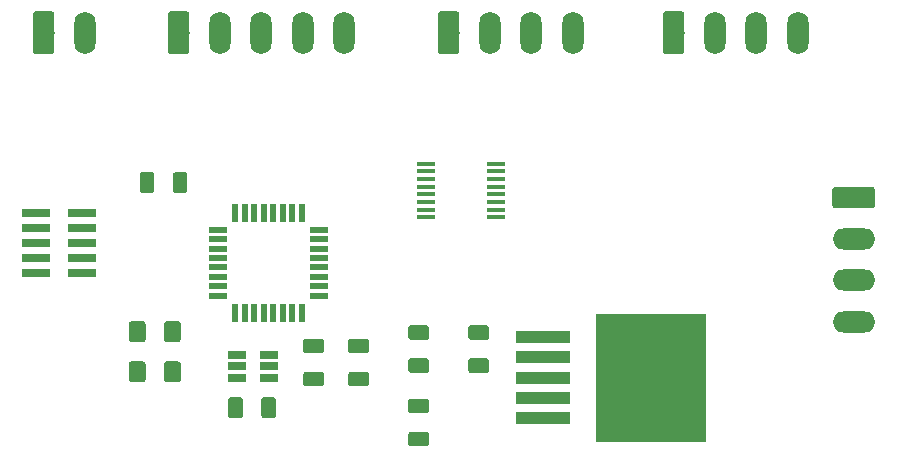
<source format=gbr>
G04 #@! TF.GenerationSoftware,KiCad,Pcbnew,5.1.4-e60b266~84~ubuntu18.04.1*
G04 #@! TF.CreationDate,2019-10-02T13:36:21-06:00*
G04 #@! TF.ProjectId,Star Tracker,53746172-2054-4726-9163-6b65722e6b69,rev?*
G04 #@! TF.SameCoordinates,Original*
G04 #@! TF.FileFunction,Soldermask,Top*
G04 #@! TF.FilePolarity,Negative*
%FSLAX46Y46*%
G04 Gerber Fmt 4.6, Leading zero omitted, Abs format (unit mm)*
G04 Created by KiCad (PCBNEW 5.1.4-e60b266~84~ubuntu18.04.1) date 2019-10-02 13:36:21*
%MOMM*%
%LPD*%
G04 APERTURE LIST*
%ADD10C,0.100000*%
%ADD11C,1.250000*%
%ADD12C,1.800000*%
%ADD13O,1.800000X3.600000*%
%ADD14R,2.400000X0.740000*%
%ADD15O,3.600000X1.800000*%
%ADD16R,1.500000X0.450000*%
%ADD17R,0.550000X1.600000*%
%ADD18R,1.600000X0.550000*%
%ADD19R,1.560000X0.650000*%
%ADD20C,1.425000*%
%ADD21R,4.600000X1.100000*%
%ADD22R,9.400000X10.800000*%
G04 APERTURE END LIST*
D10*
G36*
X135269504Y-83066204D02*
G01*
X135293773Y-83069804D01*
X135317571Y-83075765D01*
X135340671Y-83084030D01*
X135362849Y-83094520D01*
X135383893Y-83107133D01*
X135403598Y-83121747D01*
X135421777Y-83138223D01*
X135438253Y-83156402D01*
X135452867Y-83176107D01*
X135465480Y-83197151D01*
X135475970Y-83219329D01*
X135484235Y-83242429D01*
X135490196Y-83266227D01*
X135493796Y-83290496D01*
X135495000Y-83315000D01*
X135495000Y-84065000D01*
X135493796Y-84089504D01*
X135490196Y-84113773D01*
X135484235Y-84137571D01*
X135475970Y-84160671D01*
X135465480Y-84182849D01*
X135452867Y-84203893D01*
X135438253Y-84223598D01*
X135421777Y-84241777D01*
X135403598Y-84258253D01*
X135383893Y-84272867D01*
X135362849Y-84285480D01*
X135340671Y-84295970D01*
X135317571Y-84304235D01*
X135293773Y-84310196D01*
X135269504Y-84313796D01*
X135245000Y-84315000D01*
X133995000Y-84315000D01*
X133970496Y-84313796D01*
X133946227Y-84310196D01*
X133922429Y-84304235D01*
X133899329Y-84295970D01*
X133877151Y-84285480D01*
X133856107Y-84272867D01*
X133836402Y-84258253D01*
X133818223Y-84241777D01*
X133801747Y-84223598D01*
X133787133Y-84203893D01*
X133774520Y-84182849D01*
X133764030Y-84160671D01*
X133755765Y-84137571D01*
X133749804Y-84113773D01*
X133746204Y-84089504D01*
X133745000Y-84065000D01*
X133745000Y-83315000D01*
X133746204Y-83290496D01*
X133749804Y-83266227D01*
X133755765Y-83242429D01*
X133764030Y-83219329D01*
X133774520Y-83197151D01*
X133787133Y-83176107D01*
X133801747Y-83156402D01*
X133818223Y-83138223D01*
X133836402Y-83121747D01*
X133856107Y-83107133D01*
X133877151Y-83094520D01*
X133899329Y-83084030D01*
X133922429Y-83075765D01*
X133946227Y-83069804D01*
X133970496Y-83066204D01*
X133995000Y-83065000D01*
X135245000Y-83065000D01*
X135269504Y-83066204D01*
X135269504Y-83066204D01*
G37*
D11*
X134620000Y-83690000D03*
D10*
G36*
X135269504Y-85866204D02*
G01*
X135293773Y-85869804D01*
X135317571Y-85875765D01*
X135340671Y-85884030D01*
X135362849Y-85894520D01*
X135383893Y-85907133D01*
X135403598Y-85921747D01*
X135421777Y-85938223D01*
X135438253Y-85956402D01*
X135452867Y-85976107D01*
X135465480Y-85997151D01*
X135475970Y-86019329D01*
X135484235Y-86042429D01*
X135490196Y-86066227D01*
X135493796Y-86090496D01*
X135495000Y-86115000D01*
X135495000Y-86865000D01*
X135493796Y-86889504D01*
X135490196Y-86913773D01*
X135484235Y-86937571D01*
X135475970Y-86960671D01*
X135465480Y-86982849D01*
X135452867Y-87003893D01*
X135438253Y-87023598D01*
X135421777Y-87041777D01*
X135403598Y-87058253D01*
X135383893Y-87072867D01*
X135362849Y-87085480D01*
X135340671Y-87095970D01*
X135317571Y-87104235D01*
X135293773Y-87110196D01*
X135269504Y-87113796D01*
X135245000Y-87115000D01*
X133995000Y-87115000D01*
X133970496Y-87113796D01*
X133946227Y-87110196D01*
X133922429Y-87104235D01*
X133899329Y-87095970D01*
X133877151Y-87085480D01*
X133856107Y-87072867D01*
X133836402Y-87058253D01*
X133818223Y-87041777D01*
X133801747Y-87023598D01*
X133787133Y-87003893D01*
X133774520Y-86982849D01*
X133764030Y-86960671D01*
X133755765Y-86937571D01*
X133749804Y-86913773D01*
X133746204Y-86889504D01*
X133745000Y-86865000D01*
X133745000Y-86115000D01*
X133746204Y-86090496D01*
X133749804Y-86066227D01*
X133755765Y-86042429D01*
X133764030Y-86019329D01*
X133774520Y-85997151D01*
X133787133Y-85976107D01*
X133801747Y-85956402D01*
X133818223Y-85938223D01*
X133836402Y-85921747D01*
X133856107Y-85907133D01*
X133877151Y-85894520D01*
X133899329Y-85884030D01*
X133922429Y-85875765D01*
X133946227Y-85869804D01*
X133970496Y-85866204D01*
X133995000Y-85865000D01*
X135245000Y-85865000D01*
X135269504Y-85866204D01*
X135269504Y-85866204D01*
G37*
D11*
X134620000Y-86490000D03*
D10*
G36*
X131459504Y-83066204D02*
G01*
X131483773Y-83069804D01*
X131507571Y-83075765D01*
X131530671Y-83084030D01*
X131552849Y-83094520D01*
X131573893Y-83107133D01*
X131593598Y-83121747D01*
X131611777Y-83138223D01*
X131628253Y-83156402D01*
X131642867Y-83176107D01*
X131655480Y-83197151D01*
X131665970Y-83219329D01*
X131674235Y-83242429D01*
X131680196Y-83266227D01*
X131683796Y-83290496D01*
X131685000Y-83315000D01*
X131685000Y-84065000D01*
X131683796Y-84089504D01*
X131680196Y-84113773D01*
X131674235Y-84137571D01*
X131665970Y-84160671D01*
X131655480Y-84182849D01*
X131642867Y-84203893D01*
X131628253Y-84223598D01*
X131611777Y-84241777D01*
X131593598Y-84258253D01*
X131573893Y-84272867D01*
X131552849Y-84285480D01*
X131530671Y-84295970D01*
X131507571Y-84304235D01*
X131483773Y-84310196D01*
X131459504Y-84313796D01*
X131435000Y-84315000D01*
X130185000Y-84315000D01*
X130160496Y-84313796D01*
X130136227Y-84310196D01*
X130112429Y-84304235D01*
X130089329Y-84295970D01*
X130067151Y-84285480D01*
X130046107Y-84272867D01*
X130026402Y-84258253D01*
X130008223Y-84241777D01*
X129991747Y-84223598D01*
X129977133Y-84203893D01*
X129964520Y-84182849D01*
X129954030Y-84160671D01*
X129945765Y-84137571D01*
X129939804Y-84113773D01*
X129936204Y-84089504D01*
X129935000Y-84065000D01*
X129935000Y-83315000D01*
X129936204Y-83290496D01*
X129939804Y-83266227D01*
X129945765Y-83242429D01*
X129954030Y-83219329D01*
X129964520Y-83197151D01*
X129977133Y-83176107D01*
X129991747Y-83156402D01*
X130008223Y-83138223D01*
X130026402Y-83121747D01*
X130046107Y-83107133D01*
X130067151Y-83094520D01*
X130089329Y-83084030D01*
X130112429Y-83075765D01*
X130136227Y-83069804D01*
X130160496Y-83066204D01*
X130185000Y-83065000D01*
X131435000Y-83065000D01*
X131459504Y-83066204D01*
X131459504Y-83066204D01*
G37*
D11*
X130810000Y-83690000D03*
D10*
G36*
X131459504Y-85866204D02*
G01*
X131483773Y-85869804D01*
X131507571Y-85875765D01*
X131530671Y-85884030D01*
X131552849Y-85894520D01*
X131573893Y-85907133D01*
X131593598Y-85921747D01*
X131611777Y-85938223D01*
X131628253Y-85956402D01*
X131642867Y-85976107D01*
X131655480Y-85997151D01*
X131665970Y-86019329D01*
X131674235Y-86042429D01*
X131680196Y-86066227D01*
X131683796Y-86090496D01*
X131685000Y-86115000D01*
X131685000Y-86865000D01*
X131683796Y-86889504D01*
X131680196Y-86913773D01*
X131674235Y-86937571D01*
X131665970Y-86960671D01*
X131655480Y-86982849D01*
X131642867Y-87003893D01*
X131628253Y-87023598D01*
X131611777Y-87041777D01*
X131593598Y-87058253D01*
X131573893Y-87072867D01*
X131552849Y-87085480D01*
X131530671Y-87095970D01*
X131507571Y-87104235D01*
X131483773Y-87110196D01*
X131459504Y-87113796D01*
X131435000Y-87115000D01*
X130185000Y-87115000D01*
X130160496Y-87113796D01*
X130136227Y-87110196D01*
X130112429Y-87104235D01*
X130089329Y-87095970D01*
X130067151Y-87085480D01*
X130046107Y-87072867D01*
X130026402Y-87058253D01*
X130008223Y-87041777D01*
X129991747Y-87023598D01*
X129977133Y-87003893D01*
X129964520Y-86982849D01*
X129954030Y-86960671D01*
X129945765Y-86937571D01*
X129939804Y-86913773D01*
X129936204Y-86889504D01*
X129935000Y-86865000D01*
X129935000Y-86115000D01*
X129936204Y-86090496D01*
X129939804Y-86066227D01*
X129945765Y-86042429D01*
X129954030Y-86019329D01*
X129964520Y-85997151D01*
X129977133Y-85976107D01*
X129991747Y-85956402D01*
X130008223Y-85938223D01*
X130026402Y-85921747D01*
X130046107Y-85907133D01*
X130067151Y-85894520D01*
X130089329Y-85884030D01*
X130112429Y-85875765D01*
X130136227Y-85869804D01*
X130160496Y-85866204D01*
X130185000Y-85865000D01*
X131435000Y-85865000D01*
X131459504Y-85866204D01*
X131459504Y-85866204D01*
G37*
D11*
X130810000Y-86490000D03*
D10*
G36*
X127399504Y-88026204D02*
G01*
X127423773Y-88029804D01*
X127447571Y-88035765D01*
X127470671Y-88044030D01*
X127492849Y-88054520D01*
X127513893Y-88067133D01*
X127533598Y-88081747D01*
X127551777Y-88098223D01*
X127568253Y-88116402D01*
X127582867Y-88136107D01*
X127595480Y-88157151D01*
X127605970Y-88179329D01*
X127614235Y-88202429D01*
X127620196Y-88226227D01*
X127623796Y-88250496D01*
X127625000Y-88275000D01*
X127625000Y-89525000D01*
X127623796Y-89549504D01*
X127620196Y-89573773D01*
X127614235Y-89597571D01*
X127605970Y-89620671D01*
X127595480Y-89642849D01*
X127582867Y-89663893D01*
X127568253Y-89683598D01*
X127551777Y-89701777D01*
X127533598Y-89718253D01*
X127513893Y-89732867D01*
X127492849Y-89745480D01*
X127470671Y-89755970D01*
X127447571Y-89764235D01*
X127423773Y-89770196D01*
X127399504Y-89773796D01*
X127375000Y-89775000D01*
X126625000Y-89775000D01*
X126600496Y-89773796D01*
X126576227Y-89770196D01*
X126552429Y-89764235D01*
X126529329Y-89755970D01*
X126507151Y-89745480D01*
X126486107Y-89732867D01*
X126466402Y-89718253D01*
X126448223Y-89701777D01*
X126431747Y-89683598D01*
X126417133Y-89663893D01*
X126404520Y-89642849D01*
X126394030Y-89620671D01*
X126385765Y-89597571D01*
X126379804Y-89573773D01*
X126376204Y-89549504D01*
X126375000Y-89525000D01*
X126375000Y-88275000D01*
X126376204Y-88250496D01*
X126379804Y-88226227D01*
X126385765Y-88202429D01*
X126394030Y-88179329D01*
X126404520Y-88157151D01*
X126417133Y-88136107D01*
X126431747Y-88116402D01*
X126448223Y-88098223D01*
X126466402Y-88081747D01*
X126486107Y-88067133D01*
X126507151Y-88054520D01*
X126529329Y-88044030D01*
X126552429Y-88035765D01*
X126576227Y-88029804D01*
X126600496Y-88026204D01*
X126625000Y-88025000D01*
X127375000Y-88025000D01*
X127399504Y-88026204D01*
X127399504Y-88026204D01*
G37*
D11*
X127000000Y-88900000D03*
D10*
G36*
X124599504Y-88026204D02*
G01*
X124623773Y-88029804D01*
X124647571Y-88035765D01*
X124670671Y-88044030D01*
X124692849Y-88054520D01*
X124713893Y-88067133D01*
X124733598Y-88081747D01*
X124751777Y-88098223D01*
X124768253Y-88116402D01*
X124782867Y-88136107D01*
X124795480Y-88157151D01*
X124805970Y-88179329D01*
X124814235Y-88202429D01*
X124820196Y-88226227D01*
X124823796Y-88250496D01*
X124825000Y-88275000D01*
X124825000Y-89525000D01*
X124823796Y-89549504D01*
X124820196Y-89573773D01*
X124814235Y-89597571D01*
X124805970Y-89620671D01*
X124795480Y-89642849D01*
X124782867Y-89663893D01*
X124768253Y-89683598D01*
X124751777Y-89701777D01*
X124733598Y-89718253D01*
X124713893Y-89732867D01*
X124692849Y-89745480D01*
X124670671Y-89755970D01*
X124647571Y-89764235D01*
X124623773Y-89770196D01*
X124599504Y-89773796D01*
X124575000Y-89775000D01*
X123825000Y-89775000D01*
X123800496Y-89773796D01*
X123776227Y-89770196D01*
X123752429Y-89764235D01*
X123729329Y-89755970D01*
X123707151Y-89745480D01*
X123686107Y-89732867D01*
X123666402Y-89718253D01*
X123648223Y-89701777D01*
X123631747Y-89683598D01*
X123617133Y-89663893D01*
X123604520Y-89642849D01*
X123594030Y-89620671D01*
X123585765Y-89597571D01*
X123579804Y-89573773D01*
X123576204Y-89549504D01*
X123575000Y-89525000D01*
X123575000Y-88275000D01*
X123576204Y-88250496D01*
X123579804Y-88226227D01*
X123585765Y-88202429D01*
X123594030Y-88179329D01*
X123604520Y-88157151D01*
X123617133Y-88136107D01*
X123631747Y-88116402D01*
X123648223Y-88098223D01*
X123666402Y-88081747D01*
X123686107Y-88067133D01*
X123707151Y-88054520D01*
X123729329Y-88044030D01*
X123752429Y-88035765D01*
X123776227Y-88029804D01*
X123800496Y-88026204D01*
X123825000Y-88025000D01*
X124575000Y-88025000D01*
X124599504Y-88026204D01*
X124599504Y-88026204D01*
G37*
D11*
X124200000Y-88900000D03*
D10*
G36*
X140349504Y-90946204D02*
G01*
X140373773Y-90949804D01*
X140397571Y-90955765D01*
X140420671Y-90964030D01*
X140442849Y-90974520D01*
X140463893Y-90987133D01*
X140483598Y-91001747D01*
X140501777Y-91018223D01*
X140518253Y-91036402D01*
X140532867Y-91056107D01*
X140545480Y-91077151D01*
X140555970Y-91099329D01*
X140564235Y-91122429D01*
X140570196Y-91146227D01*
X140573796Y-91170496D01*
X140575000Y-91195000D01*
X140575000Y-91945000D01*
X140573796Y-91969504D01*
X140570196Y-91993773D01*
X140564235Y-92017571D01*
X140555970Y-92040671D01*
X140545480Y-92062849D01*
X140532867Y-92083893D01*
X140518253Y-92103598D01*
X140501777Y-92121777D01*
X140483598Y-92138253D01*
X140463893Y-92152867D01*
X140442849Y-92165480D01*
X140420671Y-92175970D01*
X140397571Y-92184235D01*
X140373773Y-92190196D01*
X140349504Y-92193796D01*
X140325000Y-92195000D01*
X139075000Y-92195000D01*
X139050496Y-92193796D01*
X139026227Y-92190196D01*
X139002429Y-92184235D01*
X138979329Y-92175970D01*
X138957151Y-92165480D01*
X138936107Y-92152867D01*
X138916402Y-92138253D01*
X138898223Y-92121777D01*
X138881747Y-92103598D01*
X138867133Y-92083893D01*
X138854520Y-92062849D01*
X138844030Y-92040671D01*
X138835765Y-92017571D01*
X138829804Y-91993773D01*
X138826204Y-91969504D01*
X138825000Y-91945000D01*
X138825000Y-91195000D01*
X138826204Y-91170496D01*
X138829804Y-91146227D01*
X138835765Y-91122429D01*
X138844030Y-91099329D01*
X138854520Y-91077151D01*
X138867133Y-91056107D01*
X138881747Y-91036402D01*
X138898223Y-91018223D01*
X138916402Y-91001747D01*
X138936107Y-90987133D01*
X138957151Y-90974520D01*
X138979329Y-90964030D01*
X139002429Y-90955765D01*
X139026227Y-90949804D01*
X139050496Y-90946204D01*
X139075000Y-90945000D01*
X140325000Y-90945000D01*
X140349504Y-90946204D01*
X140349504Y-90946204D01*
G37*
D11*
X139700000Y-91570000D03*
D10*
G36*
X140349504Y-88146204D02*
G01*
X140373773Y-88149804D01*
X140397571Y-88155765D01*
X140420671Y-88164030D01*
X140442849Y-88174520D01*
X140463893Y-88187133D01*
X140483598Y-88201747D01*
X140501777Y-88218223D01*
X140518253Y-88236402D01*
X140532867Y-88256107D01*
X140545480Y-88277151D01*
X140555970Y-88299329D01*
X140564235Y-88322429D01*
X140570196Y-88346227D01*
X140573796Y-88370496D01*
X140575000Y-88395000D01*
X140575000Y-89145000D01*
X140573796Y-89169504D01*
X140570196Y-89193773D01*
X140564235Y-89217571D01*
X140555970Y-89240671D01*
X140545480Y-89262849D01*
X140532867Y-89283893D01*
X140518253Y-89303598D01*
X140501777Y-89321777D01*
X140483598Y-89338253D01*
X140463893Y-89352867D01*
X140442849Y-89365480D01*
X140420671Y-89375970D01*
X140397571Y-89384235D01*
X140373773Y-89390196D01*
X140349504Y-89393796D01*
X140325000Y-89395000D01*
X139075000Y-89395000D01*
X139050496Y-89393796D01*
X139026227Y-89390196D01*
X139002429Y-89384235D01*
X138979329Y-89375970D01*
X138957151Y-89365480D01*
X138936107Y-89352867D01*
X138916402Y-89338253D01*
X138898223Y-89321777D01*
X138881747Y-89303598D01*
X138867133Y-89283893D01*
X138854520Y-89262849D01*
X138844030Y-89240671D01*
X138835765Y-89217571D01*
X138829804Y-89193773D01*
X138826204Y-89169504D01*
X138825000Y-89145000D01*
X138825000Y-88395000D01*
X138826204Y-88370496D01*
X138829804Y-88346227D01*
X138835765Y-88322429D01*
X138844030Y-88299329D01*
X138854520Y-88277151D01*
X138867133Y-88256107D01*
X138881747Y-88236402D01*
X138898223Y-88218223D01*
X138916402Y-88201747D01*
X138936107Y-88187133D01*
X138957151Y-88174520D01*
X138979329Y-88164030D01*
X139002429Y-88155765D01*
X139026227Y-88149804D01*
X139050496Y-88146204D01*
X139075000Y-88145000D01*
X140325000Y-88145000D01*
X140349504Y-88146204D01*
X140349504Y-88146204D01*
G37*
D11*
X139700000Y-88770000D03*
D10*
G36*
X119909504Y-68976204D02*
G01*
X119933773Y-68979804D01*
X119957571Y-68985765D01*
X119980671Y-68994030D01*
X120002849Y-69004520D01*
X120023893Y-69017133D01*
X120043598Y-69031747D01*
X120061777Y-69048223D01*
X120078253Y-69066402D01*
X120092867Y-69086107D01*
X120105480Y-69107151D01*
X120115970Y-69129329D01*
X120124235Y-69152429D01*
X120130196Y-69176227D01*
X120133796Y-69200496D01*
X120135000Y-69225000D01*
X120135000Y-70475000D01*
X120133796Y-70499504D01*
X120130196Y-70523773D01*
X120124235Y-70547571D01*
X120115970Y-70570671D01*
X120105480Y-70592849D01*
X120092867Y-70613893D01*
X120078253Y-70633598D01*
X120061777Y-70651777D01*
X120043598Y-70668253D01*
X120023893Y-70682867D01*
X120002849Y-70695480D01*
X119980671Y-70705970D01*
X119957571Y-70714235D01*
X119933773Y-70720196D01*
X119909504Y-70723796D01*
X119885000Y-70725000D01*
X119135000Y-70725000D01*
X119110496Y-70723796D01*
X119086227Y-70720196D01*
X119062429Y-70714235D01*
X119039329Y-70705970D01*
X119017151Y-70695480D01*
X118996107Y-70682867D01*
X118976402Y-70668253D01*
X118958223Y-70651777D01*
X118941747Y-70633598D01*
X118927133Y-70613893D01*
X118914520Y-70592849D01*
X118904030Y-70570671D01*
X118895765Y-70547571D01*
X118889804Y-70523773D01*
X118886204Y-70499504D01*
X118885000Y-70475000D01*
X118885000Y-69225000D01*
X118886204Y-69200496D01*
X118889804Y-69176227D01*
X118895765Y-69152429D01*
X118904030Y-69129329D01*
X118914520Y-69107151D01*
X118927133Y-69086107D01*
X118941747Y-69066402D01*
X118958223Y-69048223D01*
X118976402Y-69031747D01*
X118996107Y-69017133D01*
X119017151Y-69004520D01*
X119039329Y-68994030D01*
X119062429Y-68985765D01*
X119086227Y-68979804D01*
X119110496Y-68976204D01*
X119135000Y-68975000D01*
X119885000Y-68975000D01*
X119909504Y-68976204D01*
X119909504Y-68976204D01*
G37*
D11*
X119510000Y-69850000D03*
D10*
G36*
X117109504Y-68976204D02*
G01*
X117133773Y-68979804D01*
X117157571Y-68985765D01*
X117180671Y-68994030D01*
X117202849Y-69004520D01*
X117223893Y-69017133D01*
X117243598Y-69031747D01*
X117261777Y-69048223D01*
X117278253Y-69066402D01*
X117292867Y-69086107D01*
X117305480Y-69107151D01*
X117315970Y-69129329D01*
X117324235Y-69152429D01*
X117330196Y-69176227D01*
X117333796Y-69200496D01*
X117335000Y-69225000D01*
X117335000Y-70475000D01*
X117333796Y-70499504D01*
X117330196Y-70523773D01*
X117324235Y-70547571D01*
X117315970Y-70570671D01*
X117305480Y-70592849D01*
X117292867Y-70613893D01*
X117278253Y-70633598D01*
X117261777Y-70651777D01*
X117243598Y-70668253D01*
X117223893Y-70682867D01*
X117202849Y-70695480D01*
X117180671Y-70705970D01*
X117157571Y-70714235D01*
X117133773Y-70720196D01*
X117109504Y-70723796D01*
X117085000Y-70725000D01*
X116335000Y-70725000D01*
X116310496Y-70723796D01*
X116286227Y-70720196D01*
X116262429Y-70714235D01*
X116239329Y-70705970D01*
X116217151Y-70695480D01*
X116196107Y-70682867D01*
X116176402Y-70668253D01*
X116158223Y-70651777D01*
X116141747Y-70633598D01*
X116127133Y-70613893D01*
X116114520Y-70592849D01*
X116104030Y-70570671D01*
X116095765Y-70547571D01*
X116089804Y-70523773D01*
X116086204Y-70499504D01*
X116085000Y-70475000D01*
X116085000Y-69225000D01*
X116086204Y-69200496D01*
X116089804Y-69176227D01*
X116095765Y-69152429D01*
X116104030Y-69129329D01*
X116114520Y-69107151D01*
X116127133Y-69086107D01*
X116141747Y-69066402D01*
X116158223Y-69048223D01*
X116176402Y-69031747D01*
X116196107Y-69017133D01*
X116217151Y-69004520D01*
X116239329Y-68994030D01*
X116262429Y-68985765D01*
X116286227Y-68979804D01*
X116310496Y-68976204D01*
X116335000Y-68975000D01*
X117085000Y-68975000D01*
X117109504Y-68976204D01*
X117109504Y-68976204D01*
G37*
D11*
X116710000Y-69850000D03*
D10*
G36*
X145429504Y-81926204D02*
G01*
X145453773Y-81929804D01*
X145477571Y-81935765D01*
X145500671Y-81944030D01*
X145522849Y-81954520D01*
X145543893Y-81967133D01*
X145563598Y-81981747D01*
X145581777Y-81998223D01*
X145598253Y-82016402D01*
X145612867Y-82036107D01*
X145625480Y-82057151D01*
X145635970Y-82079329D01*
X145644235Y-82102429D01*
X145650196Y-82126227D01*
X145653796Y-82150496D01*
X145655000Y-82175000D01*
X145655000Y-82925000D01*
X145653796Y-82949504D01*
X145650196Y-82973773D01*
X145644235Y-82997571D01*
X145635970Y-83020671D01*
X145625480Y-83042849D01*
X145612867Y-83063893D01*
X145598253Y-83083598D01*
X145581777Y-83101777D01*
X145563598Y-83118253D01*
X145543893Y-83132867D01*
X145522849Y-83145480D01*
X145500671Y-83155970D01*
X145477571Y-83164235D01*
X145453773Y-83170196D01*
X145429504Y-83173796D01*
X145405000Y-83175000D01*
X144155000Y-83175000D01*
X144130496Y-83173796D01*
X144106227Y-83170196D01*
X144082429Y-83164235D01*
X144059329Y-83155970D01*
X144037151Y-83145480D01*
X144016107Y-83132867D01*
X143996402Y-83118253D01*
X143978223Y-83101777D01*
X143961747Y-83083598D01*
X143947133Y-83063893D01*
X143934520Y-83042849D01*
X143924030Y-83020671D01*
X143915765Y-82997571D01*
X143909804Y-82973773D01*
X143906204Y-82949504D01*
X143905000Y-82925000D01*
X143905000Y-82175000D01*
X143906204Y-82150496D01*
X143909804Y-82126227D01*
X143915765Y-82102429D01*
X143924030Y-82079329D01*
X143934520Y-82057151D01*
X143947133Y-82036107D01*
X143961747Y-82016402D01*
X143978223Y-81998223D01*
X143996402Y-81981747D01*
X144016107Y-81967133D01*
X144037151Y-81954520D01*
X144059329Y-81944030D01*
X144082429Y-81935765D01*
X144106227Y-81929804D01*
X144130496Y-81926204D01*
X144155000Y-81925000D01*
X145405000Y-81925000D01*
X145429504Y-81926204D01*
X145429504Y-81926204D01*
G37*
D11*
X144780000Y-82550000D03*
D10*
G36*
X145429504Y-84726204D02*
G01*
X145453773Y-84729804D01*
X145477571Y-84735765D01*
X145500671Y-84744030D01*
X145522849Y-84754520D01*
X145543893Y-84767133D01*
X145563598Y-84781747D01*
X145581777Y-84798223D01*
X145598253Y-84816402D01*
X145612867Y-84836107D01*
X145625480Y-84857151D01*
X145635970Y-84879329D01*
X145644235Y-84902429D01*
X145650196Y-84926227D01*
X145653796Y-84950496D01*
X145655000Y-84975000D01*
X145655000Y-85725000D01*
X145653796Y-85749504D01*
X145650196Y-85773773D01*
X145644235Y-85797571D01*
X145635970Y-85820671D01*
X145625480Y-85842849D01*
X145612867Y-85863893D01*
X145598253Y-85883598D01*
X145581777Y-85901777D01*
X145563598Y-85918253D01*
X145543893Y-85932867D01*
X145522849Y-85945480D01*
X145500671Y-85955970D01*
X145477571Y-85964235D01*
X145453773Y-85970196D01*
X145429504Y-85973796D01*
X145405000Y-85975000D01*
X144155000Y-85975000D01*
X144130496Y-85973796D01*
X144106227Y-85970196D01*
X144082429Y-85964235D01*
X144059329Y-85955970D01*
X144037151Y-85945480D01*
X144016107Y-85932867D01*
X143996402Y-85918253D01*
X143978223Y-85901777D01*
X143961747Y-85883598D01*
X143947133Y-85863893D01*
X143934520Y-85842849D01*
X143924030Y-85820671D01*
X143915765Y-85797571D01*
X143909804Y-85773773D01*
X143906204Y-85749504D01*
X143905000Y-85725000D01*
X143905000Y-84975000D01*
X143906204Y-84950496D01*
X143909804Y-84926227D01*
X143915765Y-84902429D01*
X143924030Y-84879329D01*
X143934520Y-84857151D01*
X143947133Y-84836107D01*
X143961747Y-84816402D01*
X143978223Y-84798223D01*
X143996402Y-84781747D01*
X144016107Y-84767133D01*
X144037151Y-84754520D01*
X144059329Y-84744030D01*
X144082429Y-84735765D01*
X144106227Y-84729804D01*
X144130496Y-84726204D01*
X144155000Y-84725000D01*
X145405000Y-84725000D01*
X145429504Y-84726204D01*
X145429504Y-84726204D01*
G37*
D11*
X144780000Y-85350000D03*
D10*
G36*
X140349504Y-81920204D02*
G01*
X140373773Y-81923804D01*
X140397571Y-81929765D01*
X140420671Y-81938030D01*
X140442849Y-81948520D01*
X140463893Y-81961133D01*
X140483598Y-81975747D01*
X140501777Y-81992223D01*
X140518253Y-82010402D01*
X140532867Y-82030107D01*
X140545480Y-82051151D01*
X140555970Y-82073329D01*
X140564235Y-82096429D01*
X140570196Y-82120227D01*
X140573796Y-82144496D01*
X140575000Y-82169000D01*
X140575000Y-82919000D01*
X140573796Y-82943504D01*
X140570196Y-82967773D01*
X140564235Y-82991571D01*
X140555970Y-83014671D01*
X140545480Y-83036849D01*
X140532867Y-83057893D01*
X140518253Y-83077598D01*
X140501777Y-83095777D01*
X140483598Y-83112253D01*
X140463893Y-83126867D01*
X140442849Y-83139480D01*
X140420671Y-83149970D01*
X140397571Y-83158235D01*
X140373773Y-83164196D01*
X140349504Y-83167796D01*
X140325000Y-83169000D01*
X139075000Y-83169000D01*
X139050496Y-83167796D01*
X139026227Y-83164196D01*
X139002429Y-83158235D01*
X138979329Y-83149970D01*
X138957151Y-83139480D01*
X138936107Y-83126867D01*
X138916402Y-83112253D01*
X138898223Y-83095777D01*
X138881747Y-83077598D01*
X138867133Y-83057893D01*
X138854520Y-83036849D01*
X138844030Y-83014671D01*
X138835765Y-82991571D01*
X138829804Y-82967773D01*
X138826204Y-82943504D01*
X138825000Y-82919000D01*
X138825000Y-82169000D01*
X138826204Y-82144496D01*
X138829804Y-82120227D01*
X138835765Y-82096429D01*
X138844030Y-82073329D01*
X138854520Y-82051151D01*
X138867133Y-82030107D01*
X138881747Y-82010402D01*
X138898223Y-81992223D01*
X138916402Y-81975747D01*
X138936107Y-81961133D01*
X138957151Y-81948520D01*
X138979329Y-81938030D01*
X139002429Y-81929765D01*
X139026227Y-81923804D01*
X139050496Y-81920204D01*
X139075000Y-81919000D01*
X140325000Y-81919000D01*
X140349504Y-81920204D01*
X140349504Y-81920204D01*
G37*
D11*
X139700000Y-82544000D03*
D10*
G36*
X140349504Y-84720204D02*
G01*
X140373773Y-84723804D01*
X140397571Y-84729765D01*
X140420671Y-84738030D01*
X140442849Y-84748520D01*
X140463893Y-84761133D01*
X140483598Y-84775747D01*
X140501777Y-84792223D01*
X140518253Y-84810402D01*
X140532867Y-84830107D01*
X140545480Y-84851151D01*
X140555970Y-84873329D01*
X140564235Y-84896429D01*
X140570196Y-84920227D01*
X140573796Y-84944496D01*
X140575000Y-84969000D01*
X140575000Y-85719000D01*
X140573796Y-85743504D01*
X140570196Y-85767773D01*
X140564235Y-85791571D01*
X140555970Y-85814671D01*
X140545480Y-85836849D01*
X140532867Y-85857893D01*
X140518253Y-85877598D01*
X140501777Y-85895777D01*
X140483598Y-85912253D01*
X140463893Y-85926867D01*
X140442849Y-85939480D01*
X140420671Y-85949970D01*
X140397571Y-85958235D01*
X140373773Y-85964196D01*
X140349504Y-85967796D01*
X140325000Y-85969000D01*
X139075000Y-85969000D01*
X139050496Y-85967796D01*
X139026227Y-85964196D01*
X139002429Y-85958235D01*
X138979329Y-85949970D01*
X138957151Y-85939480D01*
X138936107Y-85926867D01*
X138916402Y-85912253D01*
X138898223Y-85895777D01*
X138881747Y-85877598D01*
X138867133Y-85857893D01*
X138854520Y-85836849D01*
X138844030Y-85814671D01*
X138835765Y-85791571D01*
X138829804Y-85767773D01*
X138826204Y-85743504D01*
X138825000Y-85719000D01*
X138825000Y-84969000D01*
X138826204Y-84944496D01*
X138829804Y-84920227D01*
X138835765Y-84896429D01*
X138844030Y-84873329D01*
X138854520Y-84851151D01*
X138867133Y-84830107D01*
X138881747Y-84810402D01*
X138898223Y-84792223D01*
X138916402Y-84775747D01*
X138936107Y-84761133D01*
X138957151Y-84748520D01*
X138979329Y-84738030D01*
X139002429Y-84729765D01*
X139026227Y-84723804D01*
X139050496Y-84720204D01*
X139075000Y-84719000D01*
X140325000Y-84719000D01*
X140349504Y-84720204D01*
X140349504Y-84720204D01*
G37*
D11*
X139700000Y-85344000D03*
D10*
G36*
X108624504Y-55351204D02*
G01*
X108648773Y-55354804D01*
X108672571Y-55360765D01*
X108695671Y-55369030D01*
X108717849Y-55379520D01*
X108738893Y-55392133D01*
X108758598Y-55406747D01*
X108776777Y-55423223D01*
X108793253Y-55441402D01*
X108807867Y-55461107D01*
X108820480Y-55482151D01*
X108830970Y-55504329D01*
X108839235Y-55527429D01*
X108845196Y-55551227D01*
X108848796Y-55575496D01*
X108850000Y-55600000D01*
X108850000Y-58700000D01*
X108848796Y-58724504D01*
X108845196Y-58748773D01*
X108839235Y-58772571D01*
X108830970Y-58795671D01*
X108820480Y-58817849D01*
X108807867Y-58838893D01*
X108793253Y-58858598D01*
X108776777Y-58876777D01*
X108758598Y-58893253D01*
X108738893Y-58907867D01*
X108717849Y-58920480D01*
X108695671Y-58930970D01*
X108672571Y-58939235D01*
X108648773Y-58945196D01*
X108624504Y-58948796D01*
X108600000Y-58950000D01*
X107300000Y-58950000D01*
X107275496Y-58948796D01*
X107251227Y-58945196D01*
X107227429Y-58939235D01*
X107204329Y-58930970D01*
X107182151Y-58920480D01*
X107161107Y-58907867D01*
X107141402Y-58893253D01*
X107123223Y-58876777D01*
X107106747Y-58858598D01*
X107092133Y-58838893D01*
X107079520Y-58817849D01*
X107069030Y-58795671D01*
X107060765Y-58772571D01*
X107054804Y-58748773D01*
X107051204Y-58724504D01*
X107050000Y-58700000D01*
X107050000Y-55600000D01*
X107051204Y-55575496D01*
X107054804Y-55551227D01*
X107060765Y-55527429D01*
X107069030Y-55504329D01*
X107079520Y-55482151D01*
X107092133Y-55461107D01*
X107106747Y-55441402D01*
X107123223Y-55423223D01*
X107141402Y-55406747D01*
X107161107Y-55392133D01*
X107182151Y-55379520D01*
X107204329Y-55369030D01*
X107227429Y-55360765D01*
X107251227Y-55354804D01*
X107275496Y-55351204D01*
X107300000Y-55350000D01*
X108600000Y-55350000D01*
X108624504Y-55351204D01*
X108624504Y-55351204D01*
G37*
D12*
X107950000Y-57150000D03*
D13*
X111450000Y-57150000D03*
D14*
X107270000Y-72390000D03*
X111170000Y-72390000D03*
X107270000Y-73660000D03*
X111170000Y-73660000D03*
X107270000Y-74930000D03*
X111170000Y-74930000D03*
X107270000Y-76200000D03*
X111170000Y-76200000D03*
X107270000Y-77470000D03*
X111170000Y-77470000D03*
D10*
G36*
X178104504Y-70221204D02*
G01*
X178128773Y-70224804D01*
X178152571Y-70230765D01*
X178175671Y-70239030D01*
X178197849Y-70249520D01*
X178218893Y-70262133D01*
X178238598Y-70276747D01*
X178256777Y-70293223D01*
X178273253Y-70311402D01*
X178287867Y-70331107D01*
X178300480Y-70352151D01*
X178310970Y-70374329D01*
X178319235Y-70397429D01*
X178325196Y-70421227D01*
X178328796Y-70445496D01*
X178330000Y-70470000D01*
X178330000Y-71770000D01*
X178328796Y-71794504D01*
X178325196Y-71818773D01*
X178319235Y-71842571D01*
X178310970Y-71865671D01*
X178300480Y-71887849D01*
X178287867Y-71908893D01*
X178273253Y-71928598D01*
X178256777Y-71946777D01*
X178238598Y-71963253D01*
X178218893Y-71977867D01*
X178197849Y-71990480D01*
X178175671Y-72000970D01*
X178152571Y-72009235D01*
X178128773Y-72015196D01*
X178104504Y-72018796D01*
X178080000Y-72020000D01*
X174980000Y-72020000D01*
X174955496Y-72018796D01*
X174931227Y-72015196D01*
X174907429Y-72009235D01*
X174884329Y-72000970D01*
X174862151Y-71990480D01*
X174841107Y-71977867D01*
X174821402Y-71963253D01*
X174803223Y-71946777D01*
X174786747Y-71928598D01*
X174772133Y-71908893D01*
X174759520Y-71887849D01*
X174749030Y-71865671D01*
X174740765Y-71842571D01*
X174734804Y-71818773D01*
X174731204Y-71794504D01*
X174730000Y-71770000D01*
X174730000Y-70470000D01*
X174731204Y-70445496D01*
X174734804Y-70421227D01*
X174740765Y-70397429D01*
X174749030Y-70374329D01*
X174759520Y-70352151D01*
X174772133Y-70331107D01*
X174786747Y-70311402D01*
X174803223Y-70293223D01*
X174821402Y-70276747D01*
X174841107Y-70262133D01*
X174862151Y-70249520D01*
X174884329Y-70239030D01*
X174907429Y-70230765D01*
X174931227Y-70224804D01*
X174955496Y-70221204D01*
X174980000Y-70220000D01*
X178080000Y-70220000D01*
X178104504Y-70221204D01*
X178104504Y-70221204D01*
G37*
D12*
X176530000Y-71120000D03*
D15*
X176530000Y-74620000D03*
X176530000Y-78120000D03*
X176530000Y-81620000D03*
D10*
G36*
X120054504Y-55351204D02*
G01*
X120078773Y-55354804D01*
X120102571Y-55360765D01*
X120125671Y-55369030D01*
X120147849Y-55379520D01*
X120168893Y-55392133D01*
X120188598Y-55406747D01*
X120206777Y-55423223D01*
X120223253Y-55441402D01*
X120237867Y-55461107D01*
X120250480Y-55482151D01*
X120260970Y-55504329D01*
X120269235Y-55527429D01*
X120275196Y-55551227D01*
X120278796Y-55575496D01*
X120280000Y-55600000D01*
X120280000Y-58700000D01*
X120278796Y-58724504D01*
X120275196Y-58748773D01*
X120269235Y-58772571D01*
X120260970Y-58795671D01*
X120250480Y-58817849D01*
X120237867Y-58838893D01*
X120223253Y-58858598D01*
X120206777Y-58876777D01*
X120188598Y-58893253D01*
X120168893Y-58907867D01*
X120147849Y-58920480D01*
X120125671Y-58930970D01*
X120102571Y-58939235D01*
X120078773Y-58945196D01*
X120054504Y-58948796D01*
X120030000Y-58950000D01*
X118730000Y-58950000D01*
X118705496Y-58948796D01*
X118681227Y-58945196D01*
X118657429Y-58939235D01*
X118634329Y-58930970D01*
X118612151Y-58920480D01*
X118591107Y-58907867D01*
X118571402Y-58893253D01*
X118553223Y-58876777D01*
X118536747Y-58858598D01*
X118522133Y-58838893D01*
X118509520Y-58817849D01*
X118499030Y-58795671D01*
X118490765Y-58772571D01*
X118484804Y-58748773D01*
X118481204Y-58724504D01*
X118480000Y-58700000D01*
X118480000Y-55600000D01*
X118481204Y-55575496D01*
X118484804Y-55551227D01*
X118490765Y-55527429D01*
X118499030Y-55504329D01*
X118509520Y-55482151D01*
X118522133Y-55461107D01*
X118536747Y-55441402D01*
X118553223Y-55423223D01*
X118571402Y-55406747D01*
X118591107Y-55392133D01*
X118612151Y-55379520D01*
X118634329Y-55369030D01*
X118657429Y-55360765D01*
X118681227Y-55354804D01*
X118705496Y-55351204D01*
X118730000Y-55350000D01*
X120030000Y-55350000D01*
X120054504Y-55351204D01*
X120054504Y-55351204D01*
G37*
D12*
X119380000Y-57150000D03*
D13*
X122880000Y-57150000D03*
X126380000Y-57150000D03*
X129880000Y-57150000D03*
X133380000Y-57150000D03*
X152740000Y-57150000D03*
X149240000Y-57150000D03*
X145740000Y-57150000D03*
D10*
G36*
X142914504Y-55351204D02*
G01*
X142938773Y-55354804D01*
X142962571Y-55360765D01*
X142985671Y-55369030D01*
X143007849Y-55379520D01*
X143028893Y-55392133D01*
X143048598Y-55406747D01*
X143066777Y-55423223D01*
X143083253Y-55441402D01*
X143097867Y-55461107D01*
X143110480Y-55482151D01*
X143120970Y-55504329D01*
X143129235Y-55527429D01*
X143135196Y-55551227D01*
X143138796Y-55575496D01*
X143140000Y-55600000D01*
X143140000Y-58700000D01*
X143138796Y-58724504D01*
X143135196Y-58748773D01*
X143129235Y-58772571D01*
X143120970Y-58795671D01*
X143110480Y-58817849D01*
X143097867Y-58838893D01*
X143083253Y-58858598D01*
X143066777Y-58876777D01*
X143048598Y-58893253D01*
X143028893Y-58907867D01*
X143007849Y-58920480D01*
X142985671Y-58930970D01*
X142962571Y-58939235D01*
X142938773Y-58945196D01*
X142914504Y-58948796D01*
X142890000Y-58950000D01*
X141590000Y-58950000D01*
X141565496Y-58948796D01*
X141541227Y-58945196D01*
X141517429Y-58939235D01*
X141494329Y-58930970D01*
X141472151Y-58920480D01*
X141451107Y-58907867D01*
X141431402Y-58893253D01*
X141413223Y-58876777D01*
X141396747Y-58858598D01*
X141382133Y-58838893D01*
X141369520Y-58817849D01*
X141359030Y-58795671D01*
X141350765Y-58772571D01*
X141344804Y-58748773D01*
X141341204Y-58724504D01*
X141340000Y-58700000D01*
X141340000Y-55600000D01*
X141341204Y-55575496D01*
X141344804Y-55551227D01*
X141350765Y-55527429D01*
X141359030Y-55504329D01*
X141369520Y-55482151D01*
X141382133Y-55461107D01*
X141396747Y-55441402D01*
X141413223Y-55423223D01*
X141431402Y-55406747D01*
X141451107Y-55392133D01*
X141472151Y-55379520D01*
X141494329Y-55369030D01*
X141517429Y-55360765D01*
X141541227Y-55354804D01*
X141565496Y-55351204D01*
X141590000Y-55350000D01*
X142890000Y-55350000D01*
X142914504Y-55351204D01*
X142914504Y-55351204D01*
G37*
D12*
X142240000Y-57150000D03*
D10*
G36*
X161964504Y-55351204D02*
G01*
X161988773Y-55354804D01*
X162012571Y-55360765D01*
X162035671Y-55369030D01*
X162057849Y-55379520D01*
X162078893Y-55392133D01*
X162098598Y-55406747D01*
X162116777Y-55423223D01*
X162133253Y-55441402D01*
X162147867Y-55461107D01*
X162160480Y-55482151D01*
X162170970Y-55504329D01*
X162179235Y-55527429D01*
X162185196Y-55551227D01*
X162188796Y-55575496D01*
X162190000Y-55600000D01*
X162190000Y-58700000D01*
X162188796Y-58724504D01*
X162185196Y-58748773D01*
X162179235Y-58772571D01*
X162170970Y-58795671D01*
X162160480Y-58817849D01*
X162147867Y-58838893D01*
X162133253Y-58858598D01*
X162116777Y-58876777D01*
X162098598Y-58893253D01*
X162078893Y-58907867D01*
X162057849Y-58920480D01*
X162035671Y-58930970D01*
X162012571Y-58939235D01*
X161988773Y-58945196D01*
X161964504Y-58948796D01*
X161940000Y-58950000D01*
X160640000Y-58950000D01*
X160615496Y-58948796D01*
X160591227Y-58945196D01*
X160567429Y-58939235D01*
X160544329Y-58930970D01*
X160522151Y-58920480D01*
X160501107Y-58907867D01*
X160481402Y-58893253D01*
X160463223Y-58876777D01*
X160446747Y-58858598D01*
X160432133Y-58838893D01*
X160419520Y-58817849D01*
X160409030Y-58795671D01*
X160400765Y-58772571D01*
X160394804Y-58748773D01*
X160391204Y-58724504D01*
X160390000Y-58700000D01*
X160390000Y-55600000D01*
X160391204Y-55575496D01*
X160394804Y-55551227D01*
X160400765Y-55527429D01*
X160409030Y-55504329D01*
X160419520Y-55482151D01*
X160432133Y-55461107D01*
X160446747Y-55441402D01*
X160463223Y-55423223D01*
X160481402Y-55406747D01*
X160501107Y-55392133D01*
X160522151Y-55379520D01*
X160544329Y-55369030D01*
X160567429Y-55360765D01*
X160591227Y-55354804D01*
X160615496Y-55351204D01*
X160640000Y-55350000D01*
X161940000Y-55350000D01*
X161964504Y-55351204D01*
X161964504Y-55351204D01*
G37*
D12*
X161290000Y-57150000D03*
D13*
X164790000Y-57150000D03*
X168290000Y-57150000D03*
X171790000Y-57150000D03*
D16*
X146235000Y-72786000D03*
X146235000Y-72136000D03*
X146235000Y-71486000D03*
X146235000Y-70836000D03*
X146235000Y-70186000D03*
X146235000Y-69536000D03*
X146235000Y-68886000D03*
X146235000Y-68236000D03*
X140335000Y-68236000D03*
X140335000Y-68886000D03*
X140335000Y-69536000D03*
X140335000Y-70186000D03*
X140335000Y-70836000D03*
X140335000Y-71486000D03*
X140335000Y-72136000D03*
X140335000Y-72786000D03*
D17*
X124200000Y-80890000D03*
X125000000Y-80890000D03*
X125800000Y-80890000D03*
X126600000Y-80890000D03*
X127400000Y-80890000D03*
X128200000Y-80890000D03*
X129000000Y-80890000D03*
X129800000Y-80890000D03*
D18*
X131250000Y-79440000D03*
X131250000Y-78640000D03*
X131250000Y-77840000D03*
X131250000Y-77040000D03*
X131250000Y-76240000D03*
X131250000Y-75440000D03*
X131250000Y-74640000D03*
X131250000Y-73840000D03*
D17*
X129800000Y-72390000D03*
X129000000Y-72390000D03*
X128200000Y-72390000D03*
X127400000Y-72390000D03*
X126600000Y-72390000D03*
X125800000Y-72390000D03*
X125000000Y-72390000D03*
X124200000Y-72390000D03*
D18*
X122750000Y-73840000D03*
X122750000Y-74640000D03*
X122750000Y-75440000D03*
X122750000Y-76240000D03*
X122750000Y-77040000D03*
X122750000Y-77840000D03*
X122750000Y-78640000D03*
X122750000Y-79440000D03*
D19*
X124300000Y-84460000D03*
X124300000Y-85410000D03*
X124300000Y-86360000D03*
X127000000Y-86360000D03*
X127000000Y-84460000D03*
X127000000Y-85410000D03*
D10*
G36*
X119339505Y-81601205D02*
G01*
X119363774Y-81604805D01*
X119387572Y-81610766D01*
X119410672Y-81619031D01*
X119432850Y-81629521D01*
X119453894Y-81642134D01*
X119473599Y-81656748D01*
X119491778Y-81673224D01*
X119508254Y-81691403D01*
X119522868Y-81711108D01*
X119535481Y-81732152D01*
X119545971Y-81754330D01*
X119554236Y-81777430D01*
X119560197Y-81801228D01*
X119563797Y-81825497D01*
X119565001Y-81850001D01*
X119565001Y-83100001D01*
X119563797Y-83124505D01*
X119560197Y-83148774D01*
X119554236Y-83172572D01*
X119545971Y-83195672D01*
X119535481Y-83217850D01*
X119522868Y-83238894D01*
X119508254Y-83258599D01*
X119491778Y-83276778D01*
X119473599Y-83293254D01*
X119453894Y-83307868D01*
X119432850Y-83320481D01*
X119410672Y-83330971D01*
X119387572Y-83339236D01*
X119363774Y-83345197D01*
X119339505Y-83348797D01*
X119315001Y-83350001D01*
X118390001Y-83350001D01*
X118365497Y-83348797D01*
X118341228Y-83345197D01*
X118317430Y-83339236D01*
X118294330Y-83330971D01*
X118272152Y-83320481D01*
X118251108Y-83307868D01*
X118231403Y-83293254D01*
X118213224Y-83276778D01*
X118196748Y-83258599D01*
X118182134Y-83238894D01*
X118169521Y-83217850D01*
X118159031Y-83195672D01*
X118150766Y-83172572D01*
X118144805Y-83148774D01*
X118141205Y-83124505D01*
X118140001Y-83100001D01*
X118140001Y-81850001D01*
X118141205Y-81825497D01*
X118144805Y-81801228D01*
X118150766Y-81777430D01*
X118159031Y-81754330D01*
X118169521Y-81732152D01*
X118182134Y-81711108D01*
X118196748Y-81691403D01*
X118213224Y-81673224D01*
X118231403Y-81656748D01*
X118251108Y-81642134D01*
X118272152Y-81629521D01*
X118294330Y-81619031D01*
X118317430Y-81610766D01*
X118341228Y-81604805D01*
X118365497Y-81601205D01*
X118390001Y-81600001D01*
X119315001Y-81600001D01*
X119339505Y-81601205D01*
X119339505Y-81601205D01*
G37*
D20*
X118852501Y-82475001D03*
D10*
G36*
X116364505Y-81601205D02*
G01*
X116388774Y-81604805D01*
X116412572Y-81610766D01*
X116435672Y-81619031D01*
X116457850Y-81629521D01*
X116478894Y-81642134D01*
X116498599Y-81656748D01*
X116516778Y-81673224D01*
X116533254Y-81691403D01*
X116547868Y-81711108D01*
X116560481Y-81732152D01*
X116570971Y-81754330D01*
X116579236Y-81777430D01*
X116585197Y-81801228D01*
X116588797Y-81825497D01*
X116590001Y-81850001D01*
X116590001Y-83100001D01*
X116588797Y-83124505D01*
X116585197Y-83148774D01*
X116579236Y-83172572D01*
X116570971Y-83195672D01*
X116560481Y-83217850D01*
X116547868Y-83238894D01*
X116533254Y-83258599D01*
X116516778Y-83276778D01*
X116498599Y-83293254D01*
X116478894Y-83307868D01*
X116457850Y-83320481D01*
X116435672Y-83330971D01*
X116412572Y-83339236D01*
X116388774Y-83345197D01*
X116364505Y-83348797D01*
X116340001Y-83350001D01*
X115415001Y-83350001D01*
X115390497Y-83348797D01*
X115366228Y-83345197D01*
X115342430Y-83339236D01*
X115319330Y-83330971D01*
X115297152Y-83320481D01*
X115276108Y-83307868D01*
X115256403Y-83293254D01*
X115238224Y-83276778D01*
X115221748Y-83258599D01*
X115207134Y-83238894D01*
X115194521Y-83217850D01*
X115184031Y-83195672D01*
X115175766Y-83172572D01*
X115169805Y-83148774D01*
X115166205Y-83124505D01*
X115165001Y-83100001D01*
X115165001Y-81850001D01*
X115166205Y-81825497D01*
X115169805Y-81801228D01*
X115175766Y-81777430D01*
X115184031Y-81754330D01*
X115194521Y-81732152D01*
X115207134Y-81711108D01*
X115221748Y-81691403D01*
X115238224Y-81673224D01*
X115256403Y-81656748D01*
X115276108Y-81642134D01*
X115297152Y-81629521D01*
X115319330Y-81619031D01*
X115342430Y-81610766D01*
X115366228Y-81604805D01*
X115390497Y-81601205D01*
X115415001Y-81600001D01*
X116340001Y-81600001D01*
X116364505Y-81601205D01*
X116364505Y-81601205D01*
G37*
D20*
X115877501Y-82475001D03*
D10*
G36*
X116364505Y-84991205D02*
G01*
X116388774Y-84994805D01*
X116412572Y-85000766D01*
X116435672Y-85009031D01*
X116457850Y-85019521D01*
X116478894Y-85032134D01*
X116498599Y-85046748D01*
X116516778Y-85063224D01*
X116533254Y-85081403D01*
X116547868Y-85101108D01*
X116560481Y-85122152D01*
X116570971Y-85144330D01*
X116579236Y-85167430D01*
X116585197Y-85191228D01*
X116588797Y-85215497D01*
X116590001Y-85240001D01*
X116590001Y-86490001D01*
X116588797Y-86514505D01*
X116585197Y-86538774D01*
X116579236Y-86562572D01*
X116570971Y-86585672D01*
X116560481Y-86607850D01*
X116547868Y-86628894D01*
X116533254Y-86648599D01*
X116516778Y-86666778D01*
X116498599Y-86683254D01*
X116478894Y-86697868D01*
X116457850Y-86710481D01*
X116435672Y-86720971D01*
X116412572Y-86729236D01*
X116388774Y-86735197D01*
X116364505Y-86738797D01*
X116340001Y-86740001D01*
X115415001Y-86740001D01*
X115390497Y-86738797D01*
X115366228Y-86735197D01*
X115342430Y-86729236D01*
X115319330Y-86720971D01*
X115297152Y-86710481D01*
X115276108Y-86697868D01*
X115256403Y-86683254D01*
X115238224Y-86666778D01*
X115221748Y-86648599D01*
X115207134Y-86628894D01*
X115194521Y-86607850D01*
X115184031Y-86585672D01*
X115175766Y-86562572D01*
X115169805Y-86538774D01*
X115166205Y-86514505D01*
X115165001Y-86490001D01*
X115165001Y-85240001D01*
X115166205Y-85215497D01*
X115169805Y-85191228D01*
X115175766Y-85167430D01*
X115184031Y-85144330D01*
X115194521Y-85122152D01*
X115207134Y-85101108D01*
X115221748Y-85081403D01*
X115238224Y-85063224D01*
X115256403Y-85046748D01*
X115276108Y-85032134D01*
X115297152Y-85019521D01*
X115319330Y-85009031D01*
X115342430Y-85000766D01*
X115366228Y-84994805D01*
X115390497Y-84991205D01*
X115415001Y-84990001D01*
X116340001Y-84990001D01*
X116364505Y-84991205D01*
X116364505Y-84991205D01*
G37*
D20*
X115877501Y-85865001D03*
D10*
G36*
X119339505Y-84991205D02*
G01*
X119363774Y-84994805D01*
X119387572Y-85000766D01*
X119410672Y-85009031D01*
X119432850Y-85019521D01*
X119453894Y-85032134D01*
X119473599Y-85046748D01*
X119491778Y-85063224D01*
X119508254Y-85081403D01*
X119522868Y-85101108D01*
X119535481Y-85122152D01*
X119545971Y-85144330D01*
X119554236Y-85167430D01*
X119560197Y-85191228D01*
X119563797Y-85215497D01*
X119565001Y-85240001D01*
X119565001Y-86490001D01*
X119563797Y-86514505D01*
X119560197Y-86538774D01*
X119554236Y-86562572D01*
X119545971Y-86585672D01*
X119535481Y-86607850D01*
X119522868Y-86628894D01*
X119508254Y-86648599D01*
X119491778Y-86666778D01*
X119473599Y-86683254D01*
X119453894Y-86697868D01*
X119432850Y-86710481D01*
X119410672Y-86720971D01*
X119387572Y-86729236D01*
X119363774Y-86735197D01*
X119339505Y-86738797D01*
X119315001Y-86740001D01*
X118390001Y-86740001D01*
X118365497Y-86738797D01*
X118341228Y-86735197D01*
X118317430Y-86729236D01*
X118294330Y-86720971D01*
X118272152Y-86710481D01*
X118251108Y-86697868D01*
X118231403Y-86683254D01*
X118213224Y-86666778D01*
X118196748Y-86648599D01*
X118182134Y-86628894D01*
X118169521Y-86607850D01*
X118159031Y-86585672D01*
X118150766Y-86562572D01*
X118144805Y-86538774D01*
X118141205Y-86514505D01*
X118140001Y-86490001D01*
X118140001Y-85240001D01*
X118141205Y-85215497D01*
X118144805Y-85191228D01*
X118150766Y-85167430D01*
X118159031Y-85144330D01*
X118169521Y-85122152D01*
X118182134Y-85101108D01*
X118196748Y-85081403D01*
X118213224Y-85063224D01*
X118231403Y-85046748D01*
X118251108Y-85032134D01*
X118272152Y-85019521D01*
X118294330Y-85009031D01*
X118317430Y-85000766D01*
X118341228Y-84994805D01*
X118365497Y-84991205D01*
X118390001Y-84990001D01*
X119315001Y-84990001D01*
X119339505Y-84991205D01*
X119339505Y-84991205D01*
G37*
D20*
X118852501Y-85865001D03*
D21*
X150235000Y-82960000D03*
X150235000Y-84660000D03*
X150235000Y-86360000D03*
X150235000Y-88060000D03*
X150235000Y-89760000D03*
D22*
X159385000Y-86360000D03*
M02*

</source>
